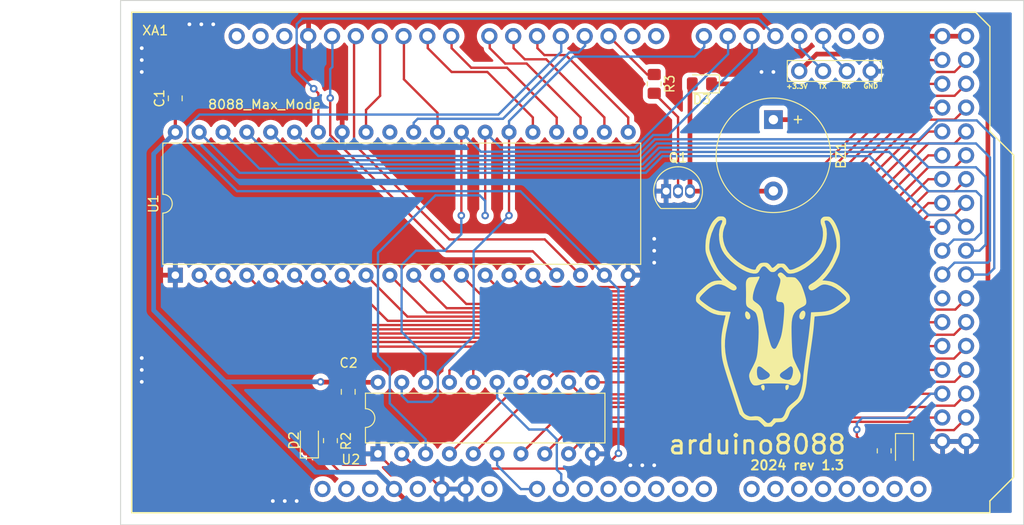
<source format=kicad_pcb>
(kicad_pcb (version 20240108) (generator "pcbnew") (generator_version "8.0")
  (title_block (title "Arduino8088") (date "2024-05-07") (rev "1.1"))
  (layers (0 "F.Cu" signal) (31 "B.Cu" signal) (34 "B.Paste" user) (35 "F.Paste" user) (36 "B.SilkS" user "B.Silkscreen") (37 "F.SilkS" user "F.Silkscreen") (38 "B.Mask" user) (39 "F.Mask" user) (44 "Edge.Cuts" user))
  (net 0 "")
  (net 2 "Net-(BZ1-Pad2)")
  (net 3 "/~{AEN}")
  (net 4 "/CEN")
  (net 22 "/~{BHE}")
  (net 25 "Net-(D1-Pad2)")
  (net 31 "GND")
  (net 32 "+5V")
  (net 33 "/A14")
  (net 34 "/A13")
  (net 35 "/A12")
  (net 36 "/A11")
  (net 37 "/A10")
  (net 38 "/A9")
  (net 39 "/A8")
  (net 40 "/AD7")
  (net 41 "/AD6")
  (net 42 "/AD5")
  (net 43 "/AD4")
  (net 44 "/AD3")
  (net 45 "/AD2")
  (net 46 "/AD1")
  (net 47 "/AD0")
  (net 48 "/~{TEST}")
  (net 49 "/INTR")
  (net 50 "/CLK")
  (net 51 "/RESET")
  (net 52 "/READY")
  (net 53 "/QS1")
  (net 54 "/QSO")
  (net 55 "/S0")
  (net 56 "/S1")
  (net 57 "/S2")
  (net 58 "/~{LOCK}")
  (net 59 "/~{RD}")
  (net 60 "/A19")
  (net 61 "/A18")
  (net 62 "/A17")
  (net 63 "/A16")
  (net 64 "/A15")
  (net 65 "/MCE{slash}~{PDEN}")
  (net 66 "/NMI")
  (net 67 "/DT{slash}~{R}")
  (net 68 "/ALE")
  (net 69 "/~{MRDC}")
  (net 70 "/~{AMWC}")
  (net 71 "/~{MWTC}")
  (net 72 "/~{IOWC}")
  (net 73 "/~{AIOWC}")
  (net 74 "/~{IORC}")
  (net 75 "/~{INTA}")
  (net 76 "/DEN")
  (net 78 "/~{RQ}{slash}~{GT1}")
  (net 79 "Net-(D2-Pad2)")
  (net 81 "/ser0")
  (net 82 "/ser1")
  (net 83 "Net-(Q1-Pad2)")
  (net 84 "Net-(XA1-PadD2)")
  (net 85 "+3.3V")
  (footprint "Resistor_SMD:R_0805_2012Metric_Pad1.20x1.40mm_HandSolder" (layer "F.Cu") (at 176.906289 110.22 -90)
    (property "Reference" "R1" (hide yes))
    (property "Value" "R1")
  )
  (footprint "Package_DIP:DIP-40_W15.24mm" (layer "F.Cu") (at 101.369 91.505 90)
    (property "Reference" "U1")
    (property "Value" "8088_Max_Mode")
  )
  (footprint "Resistor_SMD:R_0805_2012Metric_Pad1.20x1.40mm_HandSolder" (layer "F.Cu") (at 117.897078 109.134547 90)
    (property "Reference" "R2")
    (property "Value" "R" (hide yes))
  )
  (footprint "Capacitor_SMD:C_0805_2012Metric_Pad1.18x1.45mm_HandSolder" (layer "F.Cu") (at 101.360356 72.659353 90)
    (property "Reference" "C1")
    (property "Value" "0.1uf" (hide yes))
  )
  (footprint "Package_DIP:DIP-20_W7.62mm" (layer "F.Cu") (at 122.959 110.54 90)
    (property "Reference" "U2")
    (property "Value" "8288")
  )
  (footprint "LED_SMD:LED_0805_2012Metric_Pad1.15x1.40mm_HandSolder" (layer "F.Cu") (at 115.655466 109.114967 90)
    (property "Reference" "D2")
    (property "Value" "LED" (hide yes))
  )
  (footprint "LED_SMD:LED_0805_2012Metric_Pad1.15x1.40mm_HandSolder" (layer "F.Cu") (at 179.07 110.238995 -90)
    (property "Reference" "D1" (hide yes))
    (property "Value" "LED" (hide yes))
  )
  (footprint "Resistor_SMD:R_0805_2012Metric_Pad1.20x1.40mm_HandSolder" (layer "F.Cu") (at 152.4 71.12 -90)
    (property "Reference" "R3")
    (property "Value" "R")
  )
  (footprint "Capacitor_SMD:C_0805_2012Metric_Pad1.18x1.45mm_HandSolder" (layer "F.Cu") (at 119.792915 103.935474 -90)
    (property "Reference" "C2")
    (property "Value" "0.1uf" (hide yes))
  )
  (footprint "cow:cow" (layer "F.Cu") (at 165.1 96.52)
    (property "Reference" "G***" (hide yes))
    (property "Value" "LOGO" (hide yes))
  )
  (footprint "Arduino_Library:Arduino_Mega2560_Shield" (layer "F.Cu") (at 89.110872 116.825641)
    (property "Reference" "XA1")
    (property "Value" "Arduino_Mega2560_Shield" (hide yes))
  )
  (footprint "Package_TO_SOT_THT:TO-92_Inline" (layer "F.Cu") (at 153.67 82.55)
    (property "Reference" "Q1")
    (property "Value" "PN2222A")
  )
  (footprint "Diode_SMD:D_0805_2012Metric_Pad1.15x1.40mm_HandSolder" (layer "F.Cu") (at 157.48 71.12 180)
    (property "Reference" "D3")
    (property "Value" "1N4148")
  )
  (footprint "Buzzer_Beeper:Buzzer_12x9.5RM7.6" (layer "F.Cu") (at 165.1 74.93 -90)
    (property "Reference" "BZ1")
    (property "Value" "Buzzer")
  )
  (gr_poly (pts (xy 191.77 118.11) (xy 95.535456 118.11) (xy 95.535456 62.23) (xy 191.77 62.23)) (stroke (width 0.1)) (fill none) (layer "Edge.Cuts"))
  (gr_text "2024 rev 1.3" (at 167.64 111.76 0) (layer "F.SilkS") (effects (font (size 1 1) (thickness 0.2))))
  (gr_text "arduino8088" (at 163.379823 109.551972 0) (layer "F.SilkS") (effects (font (size 2 2) (thickness 0.3))))
  (segment (start 156.21 71.365) (end 156.21 82.55) (width 0.5) (layer "F.Cu") (net 2))
  (segment (start 156.21 82.55) (end 165.08 82.55) (width 0.5) (layer "F.Cu") (net 2))
  (segment (start 156.455 71.12) (end 156.21 71.365) (width 0.25) (layer "F.Cu") (net 2))
  (segment (start 165.08 82.55) (end 165.1 82.53) (width 0.25) (layer "F.Cu") (net 2))
  (segment (start 135.659 111.763961) (end 138.195039 114.3) (width 0.25) (layer "B.Cu") (net 3))
  (segment (start 138.195039 114.3) (end 139.954 114.3) (width 0.25) (layer "B.Cu") (net 3))
  (segment (start 135.659 110.54) (end 135.659 111.763961) (width 0.25) (layer "B.Cu") (net 3))
  (segment (start 142.021267 112.234869) (end 142.494 112.707602) (width 0.25) (layer "B.Cu") (net 4))
  (segment (start 139.061972 107.95) (end 140.97 107.95) (width 0.25) (layer "B.Cu") (net 4))
  (segment (start 142.021267 109.001267) (end 142.021267 112.234869) (width 0.25) (layer "B.Cu") (net 4))
  (segment (start 142.494 112.707602) (end 142.494 114.3) (width 0.25) (layer "B.Cu") (net 4))
  (segment (start 140.97 107.95) (end 142.021267 109.001267) (width 0.25) (layer "B.Cu") (net 4))
  (segment (start 135.659 102.92) (end 135.659 104.547028) (width 0.25) (layer "B.Cu") (net 4))
  (segment (start 135.659 104.547028) (end 139.061972 107.95) (width 0.25) (layer "B.Cu") (net 4))
  (segment (start 116.112569 71.630852) (end 116.609 72.127283) (width 0.25) (layer "F.Cu") (net 22))
  (segment (start 116.609 72.127283) (end 116.609 76.265) (width 0.25) (layer "F.Cu") (net 22))
  (via (at 116.112569 71.630852) (size 0.8) (drill 0.4) (layers "F.Cu" "B.Cu") (net 22))
  (segment (start 114.3 69.818283) (end 116.112569 71.630852) (width 0.25) (layer "B.Cu") (net 22))
  (segment (start 114.899811 64.170189) (end 114.3 64.77) (width 0.25) (layer "B.Cu") (net 22))
  (segment (start 165.354 66.04) (end 163.484189 64.170189) (width 0.25) (layer "B.Cu") (net 22))
  (segment (start 163.484189 64.170189) (end 114.899811 64.170189) (width 0.25) (layer "B.Cu") (net 22))
  (segment (start 114.3 64.77) (end 114.3 69.818283) (width 0.25) (layer "B.Cu") (net 22))
  (segment (start 179.026005 111.22) (end 179.07 111.263995) (width 0.25) (layer "F.Cu") (net 25))
  (segment (start 176.906289 111.22) (end 179.026005 111.22) (width 0.25) (layer "F.Cu") (net 25))
  (segment (start 122.959 110.54) (end 125.067929 112.648929) (width 0.25) (layer "F.Cu") (net 31))
  (segment (start 112.005 115.325) (end 111.76 115.57) (width 0.25) (layer "F.Cu") (net 31))
  (segment (start 179.07 109.213995) (end 183.127995 109.213995) (width 0.25) (layer "F.Cu") (net 31))
  (segment (start 128.142929 112.648929) (end 129.794 114.3) (width 0.25) (layer "F.Cu") (net 31))
  (segment (start 125.067929 112.648929) (end 128.142929 112.648929) (width 0.25) (layer "F.Cu") (net 31))
  (segment (start 119.149 72.159) (end 115.57 68.58) (width 0.25) (layer "F.Cu") (net 31))
  (segment (start 183.127995 109.213995) (end 183.134 109.22) (width 0.25) (layer "F.Cu") (net 31))
  (segment (start 119.149 76.265) (end 119.149 72.159) (width 0.25) (layer "F.Cu") (net 31))
  (segment (start 115.57 68.58) (end 115.57 66.04) (width 0.25) (layer "F.Cu") (net 31))
  (via (at 97.79 67.31) (size 0.8) (drill 0.4) (layers "F.Cu" "B.Cu") (net 31))
  (via (at 97.79 100.33) (size 0.8) (drill 0.4) (layers "F.Cu" "B.Cu") (net 31))
  (via (at 97.79 69.85) (size 0.8) (drill 0.4) (layers "F.Cu" "B.Cu") (net 31))
  (via (at 97.79 68.58) (size 0.8) (drill 0.4) (layers "F.Cu" "B.Cu") (net 31))
  (via (at 151.13 111.76) (size 0.8) (drill 0.4) (layers "F.Cu" "B.Cu") (net 31))
  (via (at 152.4 111.76) (size 0.8) (drill 0.4) (layers "F.Cu" "B.Cu") (net 31))
  (via (at 113.03 115.57) (size 0.8) (drill 0.4) (layers "F.Cu" "B.Cu") (net 31))
  (via (at 114.3 115.57) (size 0.8) (drill 0.4) (layers "F.Cu" "B.Cu") (net 31))
  (via (at 97.79 102.87) (size 0.8) (drill 0.4) (layers "F.Cu" "B.Cu") (net 31))
  (via (at 149.86 111.76) (size 0.8) (drill 0.4) (layers "F.Cu" "B.Cu") (net 31))
  (via (at 105.41 64.77) (size 0.8) (drill 0.4) (layers "F.Cu" "B.Cu") (net 31))
  (via (at 111.76 115.57) (size 0.8) (drill 0.4) (layers "F.Cu" "B.Cu") (net 31))
  (via (at 102.87 64.77) (size 0.8) (drill 0.4) (layers "F.Cu" "B.Cu") (net 31))
  (via (at 152.4 88.9) (size 0.8) (drill 0.4) (layers "F.Cu" "B.Cu") (net 31))
  (via (at 165.1 69.85) (size 0.8) (drill 0.4) (layers "F.Cu" "B.Cu") (net 31))
  (via (at 163.83 69.85) (size 0.8) (drill 0.4) (layers "F.Cu" "B.Cu") (net 31))
  (via (at 104.14 64.77) (size 0.8) (drill 0.4) (layers "F.Cu" "B.Cu") (net 31))
  (via (at 152.4 87.63) (size 0.8) (drill 0.4) (layers "F.Cu" "B.Cu") (net 31))
  (via (at 152.4 90.17) (size 0.8) (drill 0.4) (layers "F.Cu" "B.Cu") (net 31))
  (via (at 97.79 101.6) (size 0.8) (drill 0.4) (layers "F.Cu" "B.Cu") (net 31))
  (segment (start 183.134 66.04) (end 185.674 66.04) (width 0.5) (layer "F.Cu") (net 32))
  (segment (start 162.268712 72.098712) (end 161.29 71.12) (width 0.5) (layer "F.Cu") (net 32))
  (segment (start 161.29 71.12) (end 158.505 71.12) (width 0.5) (layer "F.Cu") (net 32))
  (segment (start 183.134 66.04) (end 181.61 66.04) (width 0.5) (layer "F.Cu") (net 32))
  (segment (start 177.156605 70.493395) (end 177.156605 71.540731) (width 0.5) (layer "F.Cu") (net 32))
  (segment (start 181.61 66.04) (end 177.156605 70.493395) (width 0.5) (layer "F.Cu") (net 32))
  (segment (start 173.767336 74.93) (end 176.598624 72.098712) (width 0.5) (layer "F.Cu") (net 32))
  (segment (start 177.156605 71.540731) (end 176.598624 72.098712) (width 0.5) (layer "F.Cu") (net 32))
  (segment (start 165.1 74.93) (end 173.767336 74.93) (width 0.5) (layer "F.Cu") (net 32))
  (segment (start 176.598624 72.098712) (end 162.268712 72.098712) (width 0.5) (layer "F.Cu") (net 32))
  (segment (start 111.524 99.12) (end 168.85 99.12) (width 0.25) (layer "F.Cu") (net 33))
  (segment (start 168.85 99.12) (end 181.61 86.36) (width 0.25) (layer "F.Cu") (net 33))
  (segment (start 103.909 91.505) (end 111.524 99.12) (width 0.25) (layer "F.Cu") (net 33))
  (segment (start 181.61 86.36) (end 183.134 86.36) (width 0.25) (layer "F.Cu") (net 33))
  (segment (start 181.61 85.09) (end 184.404 85.09) (width 0.25) (layer "F.Cu") (net 34))
  (segment (start 106.449 91.505) (end 113.564 98.62) (width 0.25) (layer "F.Cu") (net 34))
  (segment (start 168.08 98.62) (end 181.61 85.09) (width 0.25) (layer "F.Cu") (net 34))
  (segment (start 113.564 98.62) (end 168.08 98.62) (width 0.25) (layer "F.Cu") (net 34))
  (segment (start 184.404 85.09) (end 185.674 83.82) (width 0.25) (layer "F.Cu") (net 34))
  (segment (start 108.989 91.505) (end 115.654 98.17) (width 0.25) (layer "F.Cu") (net 35))
  (segment (start 167.26 98.17) (end 181.61 83.82) (width 0.25) (layer "F.Cu") (net 35))
  (segment (start 115.654 98.17) (end 167.26 98.17) (width 0.25) (layer "F.Cu") (net 35))
  (segment (start 181.61 83.82) (end 183.134 83.82) (width 0.25) (layer "F.Cu") (net 35))
  (segment (start 111.529 91.505) (end 117.744 97.72) (width 0.25) (layer "F.Cu") (net 36))
  (segment (start 184.404 82.55) (end 185.674 81.28) (width 0.25) (layer "F.Cu") (net 36))
  (segment (start 166.44 97.72) (end 181.61 82.55) (width 0.25) (layer "F.Cu") (net 36))
  (segment (start 181.61 82.55) (end 184.404 82.55) (width 0.25) (layer "F.Cu") (net 36))
  (segment (start 117.744 97.72) (end 166.44 97.72) (width 0.25) (layer "F.Cu") (net 36))
  (segment (start 119.834 97.27) (end 165.62 97.27) (width 0.25) (layer "F.Cu") (net 37))
  (segment (start 165.62 97.27) (end 181.61 81.28) (width 0.25) (layer "F.Cu") (net 37))
  (segment (start 114.069 91.505) (end 119.834 97.27) (width 0.25) (layer "F.Cu") (net 37))
  (segment (start 181.61 81.28) (end 183.134 81.28) (width 0.25) (layer "F.Cu") (net 37))
  (segment (start 184.404 80.01) (end 185.674 78.74) (width 0.25) (layer "F.Cu") (net 38))
  (segment (start 181.61 80.01) (end 184.404 80.01) (width 0.25) (layer "F.Cu") (net 38))
  (segment (start 164.8 96.82) (end 181.61 80.01) (width 0.25) (layer "F.Cu") (net 38))
  (segment (start 116.609 91.505) (end 121.924 96.82) (width 0.25) (layer "F.Cu") (net 38))
  (segment (start 121.924 96.82) (end 164.8 96.82) (width 0.25) (layer "F.Cu") (net 38))
  (segment (start 119.149 91.505) (end 124.014 96.37) (width 0.25) (layer "F.Cu") (net 39))
  (segment (start 124.014 96.37) (end 163.98 96.37) (width 0.25) (layer "F.Cu") (net 39))
  (segment (start 163.98 96.37) (end 181.61 78.74) (width 0.25) (layer "F.Cu") (net 39))
  (segment (start 181.61 78.74) (end 183.134 78.74) (width 0.25) (layer "F.Cu") (net 39))
  (segment (start 181.61 77.47) (end 184.404 77.47) (width 0.25) (layer "F.Cu") (net 40))
  (segment (start 163.16 95.92) (end 181.61 77.47) (width 0.25) (layer "F.Cu") (net 40))
  (segment (start 121.689 91.505) (end 126.104 95.92) (width 0.25) (layer "F.Cu") (net 40))
  (segment (start 126.104 95.92) (end 163.16 95.92) (width 0.25) (layer "F.Cu") (net 40))
  (segment (start 184.404 77.47) (end 185.674 76.2) (width 0.25) (layer "F.Cu") (net 40))
  (segment (start 181.61 76.2) (end 183.134 76.2) (width 0.25) (layer "F.Cu") (net 41))
  (segment (start 162.34 95.47) (end 181.61 76.2) (width 0.25) (layer "F.Cu") (net 41))
  (segment (start 128.194 95.47) (end 162.34 95.47) (width 0.25) (layer "F.Cu") (net 41))
  (segment (start 124.229 91.505) (end 128.194 95.47) (width 0.25) (layer "F.Cu") (net 41))
  (segment (start 126.769 91.505) (end 130.284 95.02) (width 0.25) (layer "F.Cu") (net 42))
  (segment (start 184.404 74.93) (end 185.674 73.66) (width 0.25) (layer "F.Cu") (net 42))
  (segment (start 161.52 95.02) (end 181.61 74.93) (width 0.25) (layer "F.Cu") (net 42))
  (segment (start 181.61 74.93) (end 184.404 74.93) (width 0.25) (layer "F.Cu") (net 42))
  (segment (start 130.284 95.02) (end 161.52 95.02) (width 0.25) (layer "F.Cu") (net 42))
  (segment (start 129.309 91.505) (end 132.374 94.57) (width 0.25) (layer "F.Cu") (net 43))
  (segment (start 132.374 94.57) (end 160.7 94.57) (width 0.25) (layer "F.Cu") (net 43))
  (segment (start 160.7 94.57) (end 181.61 73.66) (width 0.25) (layer "F.Cu") (net 43))
  (segment (start 181.61 73.66) (end 183.134 73.66) (width 0.25) (layer "F.Cu") (net 43))
  (segment (start 134.464 94.12) (end 159.88 94.12) (width 0.25) (layer "F.Cu") (net 44))
  (segment (start 181.61 72.39) (end 184.404 72.39) (width 0.25) (layer "F.Cu") (net 44))
  (segment (start 131.849 91.505) (end 134.464 94.12) (width 0.25) (layer "F.Cu") (net 44))
  (segment (start 159.88 94.12) (end 181.61 72.39) (width 0.25) (layer "F.Cu") (net 44))
  (segment (start 184.404 72.39) (end 185.674 71.12) (width 0.25) (layer "F.Cu") (net 44))
  (segment (start 136.554 93.67) (end 159.06 93.67) (width 0.25) (layer "F.Cu") (net 45))
  (segment (start 134.389 91.505) (end 136.554 93.67) (width 0.25) (layer "F.Cu") (net 45))
  (segment (start 159.06 93.67) (end 181.61 71.12) (width 0.25) (layer "F.Cu") (net 45))
  (segment (start 181.61 71.12) (end 183.134 71.12) (width 0.25) (layer "F.Cu") (net 45))
  (segment (start 138.644 93.22) (end 158.24 93.22) (width 0.25) (layer "F.Cu") (net 46))
  (segment (start 184.404 69.85) (end 185.674 68.58) (width 0.25) (layer "F.Cu") (net 46))
  (segment (start 181.61 69.85) (end 184.404 69.85) (width 0.25) (layer "F.Cu") (net 46))
  (segment (start 136.929 91.505) (end 138.644 93.22) (width 0.25) (layer "F.Cu") (net 46))
  (segment (start 158.24 93.22) (end 181.61 69.85) (width 0.25) (layer "F.Cu") (net 46))
  (segment (start 139.469 91.505) (end 140.734 92.77) (width 0.25) (layer "F.Cu") (net 47))
  (segment (start 157.42 92.77) (end 181.61 68.58) (width 0.25) (layer "F.Cu") (net 47))
  (segment (start 140.734 92.77) (end 157.42 92.77) (width 0.25) (layer "F.Cu") (net 47))
  (segment (start 181.61 68.58) (end 183.134 68.58) (width 0.25) (layer "F.Cu") (net 47))
  (segment (start 138.8 68.95) (end 136.514 68.95) (width 0.25) (layer "F.Cu") (net 48))
  (segment (start 136.514 68.95) (end 134.874 67.31) (width 0.25) (layer "F.Cu") (net 48))
  (segment (start 144.549 74.699) (end 138.8 68.95) (width 0.25) (layer "F.Cu") (net 48))
  (segment (start 134.874 67.31) (end 134.874 66.04) (width 0.25) (layer "F.Cu") (net 48))
  (segment (start 144.549 76.265) (end 144.549 74.699) (width 0.25) (layer "F.Cu") (net 48))
  (segment (start 130.574 87.69) (end 120.414 77.53) (width 0.25) (layer "F.Cu") (net 49))
  (segment (start 140.734 87.69) (end 130.574 87.69) (width 0.25) (layer "F.Cu") (net 49))
  (segment (start 120.414 77.53) (end 120.414 66.276) (width 0.25) (layer "F.Cu") (net 49))
  (segment (start 144.549 91.505) (end 140.734 87.69) (width 0.25) (layer "F.Cu") (net 49))
  (segment (start 120.414 66.276) (end 120.65 66.04) (width 0.25) (layer "F.Cu") (net 49))
  (segment (start 148.59 110.49) (end 146.966253 112.113747) (width 0.25) (layer "F.Cu") (net 50))
  (segment (start 127.072747 112.113747) (end 125.499 110.54) (width 0.25) (layer "F.Cu") (net 50))
  (segment (start 146.966253 112.113747) (end 127.072747 112.113747) (width 0.25) (layer "F.Cu") (net 50))
  (via (at 148.59 110.49) (size 0.8) (drill 0.4) (layers "F.Cu" "B.Cu") (net 50))
  (segment (start 102.675215 77.275215) (end 107.95 82.55) (width 0.25) (layer "B.Cu") (net 50))
  (segment (start 142.494 67.690108) (end 135.796664 74.387444) (width 0.25) (layer "B.Cu") (net 50))
  (segment (start 135.796664 74.387444) (end 103.952555 74.387444) (width 0.25) (layer "B.Cu") (net 50))
  (segment (start 102.675215 75.664784) (end 102.675215 77.275215) (width 0.25) (layer "B.Cu") (net 50))
  (segment (start 148.59 93.006) (end 148.59 110.49) (width 0.25) (layer "B.Cu") (net 50))
  (segment (start 138.134 82.55) (end 147.089 91.505) (width 0.25) (layer "B.Cu") (net 50))
  (segment (start 107.95 82.55) (end 138.134 82.55) (width 0.25) (layer "B.Cu") (net 50))
  (segment (start 142.494 66.04) (end 142.494 67.690108) (width 0.25) (layer "B.Cu") (net 50))
  (segment (start 147.089 91.505) (end 148.59 93.006) (width 0.25) (layer "B.Cu") (net 50))
  (segment (start 103.952555 74.387444) (end 102.675215 75.664784) (width 0.25) (layer "B.Cu") (net 50))
  (segment (start 149.629 74.699) (end 142.98 68.05) (width 0.25) (layer "F.Cu") (net 51))
  (segment (start 142.98 68.05) (end 140.694 68.05) (width 0.25) (layer "F.Cu") (net 51))
  (segment (start 149.629 76.265) (end 149.629 74.699) (width 0.25) (layer "F.Cu") (net 51))
  (segment (start 139.954 67.31) (end 139.954 66.04) (width 0.25) (layer "F.Cu") (net 51))
  (segment (start 140.694 68.05) (end 139.954 67.31) (width 0.25) (layer "F.Cu") (net 51))
  (segment (start 147.089 76.265) (end 147.089 74.699) (width 0.25) (layer "F.Cu") (net 52))
  (segment (start 147.089 74.699) (end 140.89 68.5) (width 0.25) (layer "F.Cu") (net 52))
  (segment (start 140.89 68.5) (end 138.604 68.5) (width 0.25) (layer "F.Cu") (net 52))
  (segment (start 137.414 67.31) (end 137.414 66.04) (width 0.25) (layer "F.Cu") (net 52))
  (segment (start 138.604 68.5) (end 137.414 67.31) (width 0.25) (layer "F.Cu") (net 52))
  (segment (start 142.009 76.265) (end 142.009 74.699) (width 0.25) (layer "F.Cu") (net 53))
  (segment (start 132.9 69.4) (end 130.81 67.31) (width 0.25) (layer "F.Cu") (net 53))
  (segment (start 142.009 74.699) (end 136.71 69.4) (width 0.25) (layer "F.Cu") (net 53))
  (segment (start 136.71 69.4) (end 132.9 69.4) (width 0.25) (layer "F.Cu") (net 53))
  (segment (start 130.81 67.31) (end 130.81 66.04) (width 0.25) (layer "F.Cu") (net 53))
  (segment (start 130.81 69.85) (end 128.27 67.31) (width 0.25) (layer "F.Cu") (net 54))
  (segment (start 128.27 67.31) (end 128.27 66.04) (width 0.25) (layer "F.Cu") (net 54))
  (segment (start 134.62 69.85) (end 130.81 69.85) (width 0.25) (layer "F.Cu") (net 54))
  (segment (start 139.469 74.699) (end 134.62 69.85) (width 0.25) (layer "F.Cu") (net 54))
  (segment (start 139.469 76.265) (end 139.469 74.699) (width 0.25) (layer "F.Cu") (net 54))
  (segment (start 136.929 85.145) (end 136.929 76.265) (width 0.25) (layer "F.Cu") (net 55))
  (segment (start 136.924 85.15) (end 136.929 85.145) (width 0.25) (layer "F.Cu") (net 55))
  (via (at 136.924 85.15) (size 0.8) (drill 0.4) (layers "F.Cu" "B.Cu") (net 55))
  (segment (start 133.159054 88.914946) (end 133.159054 97.980946) (width 0.25) (layer "B.Cu") (net 55))
  (segment (start 156.703335 68.213665) (end 157.734 67.183) (width 0.25) (layer "B.Cu") (net 55))
  (segment (start 128.686684 105.007209) (end 126.169244 105.007209) (width 0.25) (layer "B.Cu") (net 55))
  (segment (start 143.793335 68.213665) (end 156.703335 68.213665) (width 0.25) (layer "B.Cu") (net 55))
  (segment (start 133.159054 97.980946) (end 129.341217 101.798783) (width 0.25) (layer "B.Cu") (net 55))
  (segment (start 129.341217 101.798783) (end 129.341217 104.352676) (width 0.25) (layer "B.Cu") (net 55))
  (segment (start 157.734 67.183) (end 157.734 66.04) (width 0.25) (layer "B.Cu") (net 55))
  (segment (start 136.929 75.078) (end 143.793335 68.213665) (width 0.25) (layer "B.Cu") (net 55))
  (segment (start 125.499 104.336965) (end 125.499 102.92) (width 0.25) (layer "B.Cu") (net 55))
  (segment (start 136.924 85.15) (end 133.159054 88.914946) (width 0.25) (layer "B.Cu") (net 55))
  (segment (start 136.929 76.265) (end 136.929 75.078) (width 0.25) (layer "B.Cu") (net 55))
  (segment (start 126.169244 105.007209) (end 125.499 104.336965) (width 0.25) (layer "B.Cu") (net 55))
  (segment (start 129.341217 104.352676) (end 128.686684 105.007209) (width 0.25) (layer "B.Cu") (net 55))
  (segment (start 134.384 85.15) (end 134.389 85.145) (width 0.25) (layer "F.Cu") (net 56))
  (segment (start 134.389 85.145) (end 134.389 76.265) (width 0.25) (layer "F.Cu") (net 56))
  (via (at 134.384 85.15) (size 0.8) (drill 0.4) (layers "F.Cu" "B.Cu") (net 56))
  (segment (start 160.274 67.943604) (end 160.274 66.04) (width 0.25) (layer "B.Cu") (net 56))
  (segment (start 122.96343 100.10343) (end 124.221674 101.361674) (width 0.25) (layer "B.Cu") (net 56))
  (segment (start 134.384 85.15) (end 134.384 83.584) (width 0.25) (layer "B.Cu") (net 56))
  (segment (start 150.317604 77.9) (end 160.274 67.943604) (width 0.25) (layer "B.Cu") (net 56))
  (segment (start 128.039 108.989) (end 128.039 110.54) (width 0.25) (layer "B.Cu") (net 56))
  (segment (start 124.221674 101.361674) (end 124.221674 105.171674) (width 0.25) (layer "B.Cu") (net 56))
  (segment (start 134.384 83.584) (end 133.8 83) (width 0.25) (layer "B.Cu") (net 56))
  (segment (start 122.96343 89.12657) (end 122.96343 100.10343) (width 0.25) (layer "B.Cu") (net 56))
  (segment (start 136.024 77.9) (end 150.317604 77.9) (width 0.25) (layer "B.Cu") (net 56))
  (segment (start 124.221674 105.171674) (end 128.039 108.989) (width 0.25) (layer "B.Cu") (net 56))
  (segment (start 133.8 83) (end 129.09 83) (width 0.25) (layer "B.Cu") (net 56))
  (segment (start 134.389 76.265) (end 136.024 77.9) (width 0.25) (layer "B.Cu") (net 56))
  (segment (start 129.09 83) (end 122.96343 89.12657) (width 0.25) (layer "B.Cu") (net 56))
  (segment (start 131.844 85.15) (end 131.849 85.145) (width 0.25) (layer "F.Cu") (net 57))
  (segment (start 131.849 85.145) (end 131.849 76.265) (width 0.25) (layer "F.Cu") (net 57))
  (via (at 131.844 85.15) (size 0.8) (drill 0.4) (layers "F.Cu" "B.Cu") (net 57))
  (segment (start 133.934 78.35) (end 150.504 78.35) (width 0.25) (layer "B.Cu") (net 57))
  (segment (start 125.480868 97.540868) (end 128.039 100.099) (width 0.25) (layer "B.Cu") (net 57))
  (segment (start 162.814 67.648072) (end 162.814 66.04) (width 0.25) (layer "B.Cu") (net 57))
  (segment (start 152.284 76.57) (end 153.892072 76.57) (width 0.25) (layer "B.Cu") (net 57))
  (segment (start 130.087 88.9) (end 127 88.9) (width 0.25) (layer "B.Cu") (net 57))
  (segment (start 131.849 76.265) (end 133.934 78.35) (width 0.25) (layer "B.Cu") (net 57))
  (segment (start 150.504 78.35) (end 152.284 76.57) (width 0.25) (layer "B.Cu") (net 57))
  (segment (start 128.039 100.099) (end 128.039 102.92) (width 0.25) (layer "B.Cu") (net 57))
  (segment (start 131.844 87.143) (end 130.087 88.9) (width 0.25) (layer "B.Cu") (net 57))
  (segment (start 131.844 85.15) (end 131.844 87.143) (width 0.25) (layer "B.Cu") (net 57))
  (segment (start 127 88.9) (end 125.480868 90.419132) (width 0.25) (layer "B.Cu") (net 57))
  (segment (start 125.480868 90.419132) (end 125.480868 97.540868) (width 0.25) (layer "B.Cu") (net 57))
  (segment (start 153.892072 76.57) (end 162.814 67.648072) (width 0.25) (layer "B.Cu") (net 57))
  (segment (start 125.73 66.04) (end 125.73 70.633) (width 0.25) (layer "F.Cu") (net 58))
  (segment (start 125.73 70.633) (end 129.309 74.212) (width 0.25) (layer "F.Cu") (net 58))
  (segment (start 129.309 74.212) (end 129.309 76.265) (width 0.25) (layer "F.Cu") (net 58))
  (segment (start 123.19 72.39) (end 121.689 73.891) (width 0.25) (layer "F.Cu") (net 59))
  (segment (start 123.19 66.04) (end 123.19 72.39) (width 0.25) (layer "F.Cu") (net 59))
  (segment (start 121.689 73.891) (end 121.689 76.265) (width 0.25) (layer "F.Cu") (net 59))
  (segment (start 180.633065 77.02) (end 182.641665 75.0114) (width 0.25) (layer "B.Cu") (net 60))
  (segment (start 152.470396 77.02) (end 180.633065 77.02) (width 0.25) (layer "B.Cu") (net 60))
  (segment (start 188.634683 76.874683) (end 188.634683 90.765317) (width 0.25) (layer "B.Cu") (net 60))
  (segment (start 150.690396 78.8) (end 152.470396 77.02) (width 0.25) (layer "B.Cu") (net 60))
  (segment (start 186.7714 75.0114) (end 188.634683 76.874683) (width 0.25) (layer "B.Cu") (net 60))
  (segment (start 182.641665 75.0114) (end 186.7714 75.0114) (width 0.25) (layer "B.Cu") (net 60))
  (segment (start 188.634683 90.765317) (end 187.96 91.44) (width 0.25) (layer "B.Cu") (net 60))
  (segment (start 187.96 91.44) (end 185.674 91.44) (width 0.25) (layer "B.Cu") (net 60))
  (segment (start 116.604 78.8) (end 150.690396 78.8) (width 0.25) (layer "B.Cu") (net 60))
  (segment (start 114.069 76.265) (end 116.604 78.8) (width 0.25) (layer "B.Cu") (net 60))
  (segment (start 188.176747 89.953253) (end 187.96 90.17) (width 0.25) (layer "B.Cu") (net 61))
  (segment (start 184.404 90.17) (end 183.134 91.44) (width 0.25) (layer "B.Cu") (net 61))
  (segment (start 152.656792 77.47) (end 186.69 77.47) (width 0.25) (layer "B.Cu") (net 61))
  (segment (start 186.69 77.47) (end 188.176747 78.956747) (width 0.25) (layer "B.Cu") (net 61))
  (segment (start 187.96 90.17) (end 184.404 90.17) (width 0.25) (layer "B.Cu") (net 61))
  (segment (start 150.876792 79.25) (end 152.656792 77.47) (width 0.25) (layer "B.Cu") (net 61))
  (segment (start 188.176747 78.956747) (end 188.176747 89.953253) (width 0.25) (layer "B.Cu") (net 61))
  (segment (start 111.529 76.265) (end 114.514 79.25) (width 0.25) (layer "B.Cu") (net 61))
  (segment (start 114.514 79.25) (end 150.876792 79.25) (width 0.25) (layer "B.Cu") (net 61))
  (segment (start 151.13 79.7) (end 152.91 77.92) (width 0.25) (layer "B.Cu") (net 62))
  (segment (start 108.989 76.265) (end 112.424 79.7) (width 0.25) (layer "B.Cu") (net 62))
  (segment (start 181.61 80.01) (end 186.69 80.01) (width 0.25) (layer "B.Cu") (net 62))
  (segment (start 187.71881 81.03881) (end 187.71881 88.24119) (width 0.25) (layer "B.Cu") (net 62))
  (segment (start 112.424 79.7) (end 151.13 79.7) (width 0.25) (layer "B.Cu") (net 62))
  (segment (start 186.69 80.01) (end 187.71881 81.03881) (width 0.25) (layer "B.Cu") (net 62))
  (segment (start 187.71881 88.24119) (end 187.06 88.9) (width 0.25) (layer "B.Cu") (net 62))
  (segment (start 179.52 77.92) (end 181.61 80.01) (width 0.25) (layer "B.Cu") (net 62))
  (segment (start 152.91 77.92) (end 179.52 77.92) (width 0.25) (layer "B.Cu") (net 62))
  (segment (start 187.06 88.9) (end 185.674 88.9) (width 0.25) (layer "B.Cu") (net 62))
  (segment (start 181.61 82.55) (end 186.69 82.55) (width 0.25) (layer "B.Cu") (net 63))
  (segment (start 106.449 76.265) (end 110.334 80.15) (width 0.25) (layer "B.Cu") (net 63))
  (segment (start 186.5286 87.7114) (end 184.3226 87.7114) (width 0.25) (layer "B.Cu") (net 63))
  (segment (start 151.316396 80.15) (end 153.096396 78.37) (width 0.25) (layer "B.Cu") (net 63))
  (segment (start 153.096396 78.37) (end 177.43 78.37) (width 0.25) (layer "B.Cu") (net 63))
  (segment (start 110.334 80.15) (end 151.316396 80.15) (width 0.25) (layer "B.Cu") (net 63))
  (segment (start 177.43 78.37) (end 181.61 82.55) (width 0.25) (layer "B.Cu") (net 63))
  (segment (start 187.237978 83.097978) (end 187.237978 87.002022) (width 0.25) (layer "B.Cu") (net 63))
  (segment (start 186.69 82.55) (end 187.237978 83.097978) (width 0.25) (layer "B.Cu") (net 63))
  (segment (start 184.3226 87.7114) (end 183.134 88.9) (width 0.25) (layer "B.Cu") (net 63))
  (segment (start 187.237978 87.002022) (end 186.5286 87.7114) (width 0.25) (layer "B.Cu") (net 63))
  (segment (start 184.404 85.09) (end 185.674 86.36) (width 0.25) (layer "B.Cu") (net 64))
  (segment (start 181.61 85.09) (end 184.404 85.09) (width 0.25) (layer "B.Cu") (net 64))
  (segment (start 151.502792 80.6) (end 153.282792 78.82) (width 0.25) (layer "B.Cu") (net 64))
  (segment (start 103.909 76.265) (end 108.244 80.6) (width 0.25) (layer "B.Cu") (net 64))
  (segment (start 108.244 80.6) (end 151.502792 80.6) (width 0.25) (layer "B.Cu") (net 64))
  (segment (start 175.34 78.82) (end 181.61 85.09) (width 0.25) (layer "B.Cu") (net 64))
  (segment (start 153.282792 78.82) (end 175.34 78.82) (width 0.25) (layer "B.Cu") (net 64))
  (segment (start 130.579 102.92) (end 130.579 101.655) (width 0.25) (layer "F.Cu") (net 65))
  (segment (start 172.484 100.39) (end 177.7054 95.1686) (width 0.25) (layer "F.Cu") (net 65))
  (segment (start 131.844 100.39) (end 172.484 100.39) (width 0.25) (layer "F.Cu") (net 65))
  (segment (start 177.7054 95.1686) (end 184.4854 95.1686) (width 0.25) (layer "F.Cu") (net 65))
  (segment (start 184.4854 95.1686) (end 185.674 93.98) (width 0.25) (layer "F.Cu") (net 65))
  (segment (start 130.579 101.655) (end 131.844 100.39) (width 0.25) (layer "F.Cu") (net 65))
  (segment (start 117.874 76.580991) (end 117.874 72.626) (width 0.25) (layer "F.Cu") (net 66))
  (segment (start 139.464 88.96) (end 130.253009 88.96) (width 0.25) (layer "F.Cu") (net 66))
  (segment (start 142.009 91.505) (end 139.464 88.96) (width 0.25) (layer "F.Cu") (net 66))
  (segment (start 130.253009 88.96) (end 117.874 76.580991) (width 0.25) (layer "F.Cu") (net 66))
  (via (at 117.874 72.626) (size 0.8) (drill 0.4) (layers "F.Cu" "B.Cu") (net 66))
  (segment (start 118.11 69.309606) (end 118.11 66.04) (width 0.25) (layer "B.Cu") (net 66))
  (segment (start 117.874 69.545606) (end 118.11 69.309606) (width 0.25) (layer "B.Cu") (net 66))
  (segment (start 117.874 72.626) (end 117.874 69.545606) (width 0.25) (layer "B.Cu") (net 66))
  (segment (start 175.210396 104.65) (end 176.997432 102.862964) (width 0.25) (layer "F.Cu") (net 67))
  (segment (start 136.919 104.2) (end 143.922604 104.2) (width 0.25) (layer "F.Cu") (net 67))
  (segment (start 130.579 110.54) (end 136.919 104.2) (width 0.25) (layer "F.Cu") (net 67))
  (segment (start 144.372604 104.65) (end 175.210396 104.65) (width 0.25) (layer "F.Cu") (net 67))
  (segment (start 184.411036 102.862964) (end 185.674 101.6) (width 0.25) (layer "F.Cu") (net 67))
  (segment (start 143.922604 104.2) (end 144.372604 104.65) (width 0.25) (layer "F.Cu") (net 67))
  (segment (start 176.997432 102.862964) (end 184.411036 102.862964) (width 0.25) (layer "F.Cu") (net 67))
  (segment (start 175.925396 105.1) (end 176.885396 104.14) (width 0.25) (layer "F.Cu") (net 68))
  (segment (start 176.885396 104.14) (end 183.014 104.14) (width 0.25) (layer "F.Cu") (net 68))
  (segment (start 173.99 107.95) (end 173.99 108.684243) (width 0.25) (layer "F.Cu") (net 68))
  (segment (start 143.736208 104.65) (end 144.186208 105.1) (width 0.25) (layer "F.Cu") (net 68))
  (segment (start 139.009 104.65) (end 143.736208 104.65) (width 0.25) (layer "F.Cu") (net 68))
  (segment (start 173.99 108.684243) (end 174.525757 109.22) (width 0.25) (layer "F.Cu") (net 68))
  (segment (start 133.119 110.54) (end 139.009 104.65) (width 0.25) (layer "F.Cu") (net 68))
  (segment (start 174.525757 109.22) (end 176.906289 109.22) (width 0.25) (layer "F.Cu") (net 68))
  (segment (start 144.186208 105.1) (end 175.925396 105.1) (width 0.25) (layer "F.Cu") (net 68))
  (via (at 173.99 107.95) (size 0.8) (drill 0.4) (layers "F.Cu" "B.Cu") (net 68))
  (segment (start 173.99 107.95) (end 173.99 107.282902) (width 0.25) (layer "B.Cu") (net 68))
  (segment (start 174.555479 106.717423) (end 179.279852 106.717423) (width 0.25) (layer "B.Cu") (net 68))
  (segment (start 179.279852 106.717423) (end 181.857275 104.14) (width 0.25) (layer "B.Cu") (net 68))
  (segment (start 173.99 107.282902) (end 174.555479 106.717423) (width 0.25) (layer "B.Cu") (net 68))
  (segment (start 181.857275 104.14) (end 183.134 104.14) (width 0.25) (layer "B.Cu") (net 68))
  (segment (start 181.849928 105.41) (end 184.404 105.41) (width 0.25) (layer "F.Cu") (net 69))
  (segment (start 181.709928 105.55) (end 181.849928 105.41) (width 0.25) (layer "F.Cu") (net 69))
  (segment (start 184.404 105.41) (end 185.674 104.14) (width 0.25) (layer "F.Cu") (net 69))
  (segment (start 143.189 105.55) (end 181.709928 105.55) (width 0.25) (layer "F.Cu") (net 69))
  (segment (start 138.199 110.54) (end 143.189 105.55) (width 0.25) (layer "F.Cu") (net 69))
  (segment (start 140.739 110.54) (end 144.599 106.68) (width 0.25) (layer "F.Cu") (net 70))
  (segment (start 144.599 106.68) (end 183.134 106.68) (width 0.25) (layer "F.Cu") (net 70))
  (segment (start 146.689 107.13) (end 180.494 107.13) (width 0.25) (layer "F.Cu") (net 71))
  (segment (start 181.374 108.01) (end 184.344 108.01) (width 0.25) (layer "F.Cu") (net 71))
  (segment (start 184.344 108.01) (end 185.674 106.68) (width 0.25) (layer "F.Cu") (net 71))
  (segment (start 180.494 107.13) (end 181.374 108.01) (width 0.25) (layer "F.Cu") (net 71))
  (segment (start 143.279 110.54) (end 146.689 107.13) (width 0.25) (layer "F.Cu") (net 71))
  (segment (start 175.034 102.92) (end 177.564 100.39) (width 0.25) (layer "F.Cu") (net 72))
  (segment (start 184.344 100.39) (end 185.674 99.06) (width 0.25) (layer "F.Cu") (net 72))
  (segment (start 145.819 102.92) (end 175.034 102.92) (width 0.25) (layer "F.Cu") (net 72))
  (segment (start 177.564 100.39) (end 184.344 100.39) (width 0.25) (layer "F.Cu") (net 72))
  (segment (start 175.024 104.2) (end 177.624 101.6) (width 0.25) (layer "F.Cu") (net 73))
  (segment (start 144.559 104.2) (end 175.024 104.2) (width 0.25) (layer "F.Cu") (net 73))
  (segment (start 143.279 102.92) (end 144.559 104.2) (width 0.25) (layer "F.Cu") (net 73))
  (segment (start 177.624 101.6) (end 183.134 101.6) (width 0.25) (layer "F.Cu") (net 73))
  (segment (start 141.919 101.74) (end 174.944 101.74) (width 0.25) (layer "F.Cu") (net 74))
  (segment (start 174.944 101.74) (end 177.624 99.06) (width 0.25) (layer "F.Cu") (net 74))
  (segment (start 177.624 99.06) (end 183.134 99.06) (width 0.25) (layer "F.Cu") (net 74))
  (segment (start 140.739 102.92) (end 141.919 101.74) (width 0.25) (layer "F.Cu") (net 74))
  (segment (start 177.564 97.85) (end 184.344 97.85) (width 0.25) (layer "F.Cu") (net 75))
  (segment (start 184.344 97.85) (end 185.674 96.52) (width 0.25) (layer "F.Cu") (net 75))
  (segment (start 139.829 101.29) (end 174.124 101.29) (width 0.25) (layer "F.Cu") (net 75))
  (segment (start 174.124 101.29) (end 177.564 97.85) (width 0.25) (layer "F.Cu") (net 75))
  (segment (start 138.199 102.92) (end 139.829 101.29) (width 0.25) (layer "F.Cu") (net 75))
  (segment (start 173.304 100.84) (end 177.624 96.52) (width 0.25) (layer "F.Cu") (net 76))
  (segment (start 177.624 96.52) (end 183.134 96.52) (width 0.25) (layer "F.Cu") (net 76))
  (segment (start 133.934 100.84) (end 173.304 100.84) (width 0.25) (layer "F.Cu") (net 76))
  (segment (start 133.114 101.66) (end 133.934 100.84) (width 0.25) (layer "F.Cu") (net 76))
  (segment (start 133.119 102.92) (end 133.119 101.665) (width 0.25) (layer "F.Cu") (net 76))
  (segment (start 133.119 101.665) (end 133.114 101.66) (width 0.25) (layer "F.Cu") (net 76))
  (segment (start 126.769 75.26514) (end 127.196696 74.837444) (width 0.25) (layer "B.Cu") (net 78))
  (segment (start 126.769 76.265) (end 126.769 75.26514) (width 0.25) (layer "B.Cu") (net 78))
  (segment (start 145.034 67.056) (end 145.034 66.04) (width 0.25) (layer "B.Cu") (net 78))
  (segment (start 136.284647 74.837444) (end 143.358426 67.763665) (width 0.25) (layer "B.Cu") (net 78))
  (segment (start 144.326335 67.763665) (end 145.034 67.056) (width 0.25) (layer "B.Cu") (net 78))
  (segment (start 127.196696 74.837444) (end 136.284647 74.837444) (width 0.25) (layer "B.Cu") (net 78))
  (segment (start 143.358426 67.763665) (end 144.326335 67.763665) (width 0.25) (layer "B.Cu") (net 78))
  (segment (start 117.852498 108.089967) (end 115.655466 108.089967) (width 0.25) (layer "F.Cu") (net 79))
  (segment (start 117.897078 108.134547) (end 117.852498 108.089967) (width 0.25) (layer "F.Cu") (net 79))
  (segment (start 170.434 69.769223) (end 167.894 67.229223) (width 0.25) (layer "B.Cu") (net 81))
  (segment (start 167.894 67.229223) (end 167.894 66.04) (width 0.25) (layer "B.Cu") (net 81))
  (segment (start 172.974 69.769223) (end 170.434 67.229223) (width 0.25) (layer "B.Cu") (net 82))
  (segment (start 170.434 67.229223) (end 170.434 66.04) (width 0.25) (layer "B.Cu") (net 82))
  (segment (start 152.4 72.12) (end 154.94 74.66) (width 0.25) (layer "F.Cu") (net 83))
  (segment (start 154.94 74.66) (end 154.94 82.55) (width 0.25) (layer "F.Cu") (net 83))
  (segment (start 151.654 70.12) (end 152.4 70.12) (width 0.25) (layer "F.Cu") (net 84))
  (segment (start 147.574 66.04) (end 151.654 70.12) (width 0.25) (layer "F.Cu") (net 84))
  (segment (start 118.905966 112.470783) (end 121.080665 112.470783) (width 0.25) (layer "F.Cu") (net 85))
  (segment (start 121.088445 112.463003) (end 122.883331 112.463003) (width 0.25) (layer "F.Cu") (net 85))
  (segment (start 119.814941 102.92) (end 122.959 102.92) (width 0.5) (layer "F.Cu") (net 85))
  (segment (start 182.242819 64.137181) (end 178.437182 67.942818) (width 0.5) (layer "F.Cu") (net 85))
  (segment (start 122.883331 112.463003) (end 122.897032 112.449302) (width 0.25) (layer "F.Cu") (net 85))
  (segment (start 122.897032 112.449302) (end 122.897032 112.483032) (width 0.25) (layer "F.Cu") (net 85))
  (segment (start 187.96 114.3) (end 187.96 64.77) (width 0.5) (layer "F.Cu") (net 85))
  (segment (start 186.063558 116.196442) (end 187.96 114.3) (width 0.5) (layer "F.Cu") (net 85))
  (segment (start 117.897078 111.461895) (end 118.905966 112.470783) (width 0.25) (layer "F.Cu") (net 85))
  (segment (start 169.720405 67.942818) (end 167.894 69.769223) (width 0.5) (layer "F.Cu") (net 85))
  (segment (start 119.792915 102.897974) (end 119.814941 102.92) (width 0.25) (layer "F.Cu") (net 85))
  (segment (start 117.897078 110.134547) (end 117.897078 111.461895) (width 0.25) (layer "F.Cu") (net 85))
  (segment (start 101.369 76.265) (end 101.369 73.66) (width 0.35) (layer "F.Cu") (net 85))
  (segment (start 122.897032 112.483032) (end 124.714 114.3) (width 0.25) (layer "F.Cu") (net 85))
  (segment (start 187.327181 64.137181) (end 182.242819 64.137181) (width 0.5) (layer "F.Cu") (net 85))
  (segment (start 124.714 114.3) (end 126.610442 116.196442) (width 0.5) (layer "F.Cu") (net 85))
  (segment (start 178.437182 67.942818) (end 169.720405 67.942818) (width 0.5) (layer "F.Cu") (net 85))
  (segment (start 116.867974 102.897974) (end 119.792915 102.897974) (width 0.5) (layer "F.Cu") (net 85))
  (segment (start 126.610442 116.196442) (end 186.063558 116.196442) (width 0.5) (layer "F.Cu") (net 85))
  (segment (start 121.080665 112.470783) (end 121.088445 112.463003) (width 0.25) (layer "F.Cu") (net 85))
  (segment (start 116.84 102.87) (end 116.867974 102.897974) (width 0.5) (layer "F.Cu") (net 85))
  (segment (start 187.96 64.77) (end 187.327181 64.137181) (width 0.5) (layer "F.Cu") (net 85))
  (via (at 116.84 102.87) (size 0.8) (drill 0.4) (layers "F.Cu" "B.Cu") (net 85))
  (segment (start 99.06 78.574) (end 99.06 95.25) (width 0.5) (layer "B.Cu") (net 85))
  (segment (start 101.369 76.265) (end 99.06 78.574) (width 0.5) (layer "B.Cu") (net 85))
  (segment (start 116.84 102.87) (end 106.68 102.87) (width 0.5) (layer "B.Cu") (net 85))
  (segment (start 99.06 95.25) (end 106.68 102.87) (width 0.5) (layer "B.Cu") (net 85))
  (segment (start 116.30967 112.49967) (end 122.91367 112.49967) (width 0.5) (layer "B.Cu") (net 85))
  (segment (start 106.68 102.87) (end 116.30967 112.49967) (width 0.5) (layer "B.Cu") (net 85))
  (segment (start 122.91367 112.49967) (end 124.714 114.3) (width 0.5) (layer "B.Cu") (net 85))
  (zone (net 31) (net_name "GND") (layer "F.Cu") (connect_pads (clearance 0.508)) (min_thickness 0.254) (fill yes (thermal_gap 0.508) (thermal_bridge_width 0.508))
    (polygon (pts (xy 190.5 116.84) (xy 96.795596 116.84) (xy 96.795596 63.5) (xy 190.5 63.5)))
  )
  (zone (net 31) (net_name "GND") (layer "B.Cu") (connect_pads (clearance 0.508)) (min_thickness 0.254) (fill yes (thermal_gap 0.508) (thermal_bridge_width 0.508))
    (polygon (pts (xy 190.5 116.84) (xy 96.785737 116.840001) (xy 96.785737 63.500001) (xy 190.5 63.5)))
  )
)
</source>
